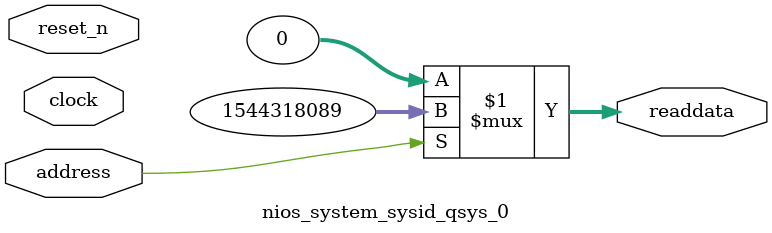
<source format=v>



// synthesis translate_off
`timescale 1ns / 1ps
// synthesis translate_on

// turn off superfluous verilog processor warnings 
// altera message_level Level1 
// altera message_off 10034 10035 10036 10037 10230 10240 10030 

module nios_system_sysid_qsys_0 (
               // inputs:
                address,
                clock,
                reset_n,

               // outputs:
                readdata
             )
;

  output  [ 31: 0] readdata;
  input            address;
  input            clock;
  input            reset_n;

  wire    [ 31: 0] readdata;
  //control_slave, which is an e_avalon_slave
  assign readdata = address ? 1544318089 : 0;

endmodule



</source>
